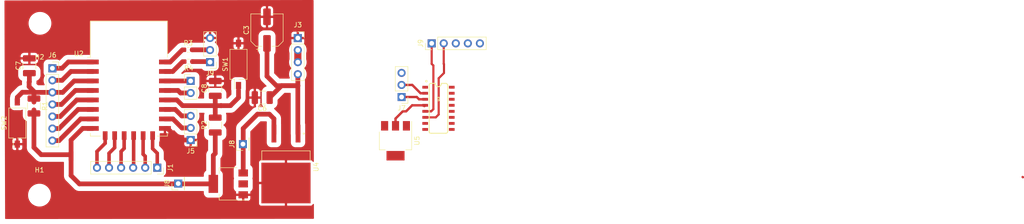
<source format=kicad_pcb>
(kicad_pcb (version 20221018) (generator pcbnew)
  (layers (0 "F.Cu" signal) (31 "B.Cu" signal) (34 "B.Paste" user) (35 "F.Paste" user) (36 "B.SilkS" user "B.Silkscreen") (37 "F.SilkS" user "F.Silkscreen") (38 "B.Mask" user) (39 "F.Mask" user) (44 "Edge.Cuts" user))
  (net 0 "")
  (net 1 "7.4V")
  (net 2 "IO5")
  (net 3 "IO15")
  (net 4 "IO2")
  (net 5 "CS0")
  (net 6 "MISO")
  (net 7 "IO 9")
  (net 8 "IO10")
  (net 9 "MOSI")
  (net 10 "SCLK")
  (net 11 "RXD0")
  (net 12 "TX0")
  (net 13 "+3.3V")
  (net 14 "GND")
  (net 15 "IO0")
  (net 23 "R3")
  (net 24 "R4")
  (net 25 "Net-(J3-Pin_2)")
  (net 26 "Net-(J7-Pin_1)")
  (net 27 "5v")
  (net 28 "RST")
  (net 29 "ADC")
  (net 30 "EN")
  (net 31 "IO16")
  (net 32 "IO14")
  (net 33 "IO12")
  (net 34 "IO13")
  (net 35 "V3")
  (net 36 "Net-(J7-Pin_2)")
  (net 37 "IO4")
  (net 38 "Net-(J8-Pin_2)")
  (net 39 "Net-(J8-Pin_3)")
  (net 40 "5V")
  (net 41 "Net-(J9-Pin_1)")
  (net 42 "Net-(J9-Pin_2)")
  (footprint "Capacitor_SMD:C_1210_3225Metric_Pad1.33x2.70mm_HandSolder" (layer "F.Cu") (at 56.4488 31.032 90)
    (fp_text reference "C8" (at 0 -2.3 90) (layer "F.SilkS"))
    (fp_text value "0.1uF")
    (fp_line (start -0.711252 -1.36) (end 0.711252 -1.36) (stroke (width 0.12)) (layer "F.SilkS"))
    (fp_line (start -0.711252 1.36) (end 0.711252 1.36) (stroke (width 0.12)) (layer "F.SilkS"))
    (pad "1" smd roundrect (at -1.5625 0 90) (size 1.325 2.7) (layers "F.Cu" "F.Paste" "F.Mask") (roundrect_rratio 0.1886792453) (net 15 "IO0"))
    (pad "2" smd roundrect (at 1.5625 0 90) (size 1.325 2.7) (layers "F.Cu" "F.Paste" "F.Mask") (roundrect_rratio 0.1886792453) (net 14 "GND"))
  )
  (footprint "Connector_PinHeader_2.54mm:PinHeader_1x03_P2.54mm_Vertical" (layer "F.Cu") (at 51.2722 41.9032 180)
    (fp_text reference "J5" (at 0 -2.33) (layer "F.SilkS"))
    (fp_text value "Conn_01x03_Pin")
    (fp_line (start -1.33 -1.33) (end 0 -1.33) (stroke (width 0.12)) (layer "F.SilkS"))
    (fp_line (start -1.33 0) (end -1.33 -1.33) (stroke (width 0.12)) (layer "F.SilkS"))
    (fp_line (start -1.33 1.27) (end -1.33 6.41) (stroke (width 0.12)) (layer "F.SilkS"))
    (fp_line (start -1.33 1.27) (end 1.33 1.27) (stroke (width 0.12)) (layer "F.SilkS"))
    (fp_line (start -1.33 6.41) (end 1.33 6.41) (stroke (width 0.12)) (layer "F.SilkS"))
    (fp_line (start 1.33 1.27) (end 1.33 6.41) (stroke (width 0.12)) (layer "F.SilkS"))
    (pad "1" thru_hole rect (at 0 0 180) (size 1.7 1.7) (drill 1) (layers "*.Cu" "*.Mask") (net 14 "GND"))
    (pad "2" thru_hole oval (at 0 2.54 180) (size 1.7 1.7) (drill 1) (layers "*.Cu" "*.Mask") (net 3 "IO15"))
    (pad "3" thru_hole oval (at 0 5.08 180) (size 1.7 1.7) (drill 1) (layers "*.Cu" "*.Mask") (net 4 "IO2"))
  )
  (footprint "Connector_PinSocket_2.54mm:PinSocket_1x04_P2.54mm_Vertical" (layer "F.Cu") (at 73.8524 20.4232)
    (fp_text reference "J3" (at 0 -2.77) (layer "F.SilkS"))
    (fp_text value "Conn_01x04_Pin" hide)
    (fp_line (start -1.33 1.27) (end -1.33 8.95) (stroke (width 0.12)) (layer "F.SilkS"))
    (fp_line (start -1.33 1.27) (end 1.33 1.27) (stroke (width 0.12)) (layer "F.SilkS"))
    (fp_line (start -1.33 8.95) (end 1.33 8.95) (stroke (width 0.12)) (layer "F.SilkS"))
    (fp_line (start 0 -1.33) (end 1.33 -1.33) (stroke (width 0.12)) (layer "F.SilkS"))
    (fp_line (start 1.33 -1.33) (end 1.33 0) (stroke (width 0.12)) (layer "F.SilkS"))
    (fp_line (start 1.33 1.27) (end 1.33 8.95) (stroke (width 0.12)) (layer "F.SilkS"))
    (pad "1" thru_hole rect (at 0 0) (size 1.7 1.7) (drill 1) (layers "*.Cu" "*.Mask") (net 14 "GND"))
    (pad "2" thru_hole oval (at 0 2.54) (size 1.7 1.7) (drill 1) (layers "*.Cu" "*.Mask") (net 25 "Net-(J3-Pin_2)"))
    (pad "3" thru_hole oval (at 0 5.08) (size 1.7 1.7) (drill 1) (layers "*.Cu" "*.Mask") (net 25 "Net-(J3-Pin_2)"))
    (pad "4" thru_hole oval (at 0 7.62) (size 1.7 1.7) (drill 1) (layers "*.Cu" "*.Mask") (net 1 "7.4V"))
  )
  (footprint "CH340C:SO016" (layer "F.Cu") (at 103.4856 35.2298 -90)
    (fp_text reference "U3" (at -1.953923 0 90) (layer "F.SilkS") (effects (font (size 0.48 0.48))))
    (fp_text value "CH340C")
    (fp_line (start -5.2578 -1.4526) (end -5.2578 -0.6096) (stroke (width 0.2032)) (layer "F.SilkS"))
    (fp_line (start -5.2578 1.6653) (end -5.2578 0.6604) (stroke (width 0.2032)) (layer "F.SilkS"))
    (fp_line (start -4.8768 1.9463) (end 4.9768 1.9463) (stroke (width 0.2032)) (layer "F.SilkS"))
    (fp_line (start 4.8768 -1.9463) (end -4.8768 -1.9463) (stroke (width 0.2032)) (layer "F.SilkS"))
    (fp_line (start 5.2578 1.5653) (end 5.2578 -1.5653) (stroke (width 0.2032)) (layer "F.SilkS"))
    (fp_arc (start -5.2578 -1.4653) (mid -5.166948 -1.784731) (end -4.8768 -1.9463) (stroke (width 0.2032)) (layer "F.SilkS"))
    (fp_arc (start -5.207 -0.6096) (mid -4.572 0.0254) (end -5.207 0.6604) (stroke (width 0.2032)) (layer "F.SilkS"))
    (fp_arc (start -4.8768 1.9463) (mid -5.125497 1.884708) (end -5.2578 1.6653) (stroke (width 0.2032)) (layer "F.SilkS"))
    (fp_arc (start 4.8768 -1.9463) (mid 5.146237 -1.834737) (end 5.2578 -1.5653) (stroke (width 0.2032)) (layer "F.SilkS"))
    (fp_arc (start 5.2578 1.5653) (mid 5.196208 1.813997) (end 4.9768 1.9463) (stroke (width 0.2032)) (layer "F.SilkS"))
    (fp_circle (center -5.715 2.54) (end -5.588 2.54) (stroke (width 0.254)) (fill none) (layer "F.SilkS"))
    (pad "1" smd rect (at -4.445 2.8 270) (size 0.6 1.2) (layers "F.Cu" "F.Paste" "F.Mask") (net 14 "GND"))
    (pad "2" smd rect (at -3.175 2.8 270) (size 0.6 1.2) (layers "F.Cu" "F.Paste" "F.Mask") (net 39 "Net-(J8-Pin_3)"))
    (pad "3" smd rect (at -1.905 2.8 270) (size 0.6 1.2) (layers "F.Cu" "F.Paste" "F.Mask") (net 38 "Net-(J8-Pin_2)"))
    (pad "4" smd rect (at -0.635 2.8 270) (size 0.6 1.2) (layers "F.Cu" "F.Paste" "F.Mask") (net 35 "V3"))
    (pad "5" smd rect (at 0.635 2.8 270) (size 0.6 1.2) (layers "F.Cu" "F.Paste" "F.Mask") (net 41 "Net-(J9-Pin_1)"))
    (pad "6" smd rect (at 1.905 2.8 270) (size 0.6 1.2) (layers "F.Cu" "F.Paste" "F.Mask") (net 42 "Net-(J9-Pin_2)"))
    (pad "7" smd rect (at 3.175 2.8 270) (size 0.6 1.2) (layers "F.Cu" "F.Paste" "F.Mask"))
    (pad "8" smd rect (at 4.445 2.8 270) (size 0.6 1.2) (layers "F.Cu" "F.Paste" "F.Mask"))
    (pad "9" smd rect (at 4.445 -2.8 270) (size 0.6 1.2) (layers "F.Cu" "F.Paste" "F.Mask"))
    (pad "10" smd rect (at 3.175 -2.8 270) (size 0.6 1.2) (layers "F.Cu" "F.Paste" "F.Mask"))
    (pad "11" smd rect (at 1.905 -2.8 270) (size 0.6 1.2) (layers "F.Cu" "F.Paste" "F.Mask"))
    (pad "12" smd rect (at 0.635 -2.8 270) (size 0.6 1.2) (layers "F.Cu" "F.Paste" "F.Mask"))
    (pad "13" smd rect (at -0.635 -2.8 270) (size 0.6 1.2) (layers "F.Cu" "F.Paste" "F.Mask"))
    (pad "14" smd rect (at -1.905 -2.8 270) (size 0.6 1.2) (layers "F.Cu" "F.Paste" "F.Mask"))
    (pad "15" smd rect (at -3.175 -2.8 270) (size 0.6 1.2) (layers "F.Cu" "F.Paste" "F.Mask"))
    (pad "16" smd rect (at -4.445 -2.8 270) (size 0.6 1.2) (layers "F.Cu" "F.Paste" "F.Mask"))
  )
  (footprint "MountingHole:MountingHole_4.3mm_M4" (layer "F.Cu") (at 19.4124 53.5232)
    (fp_text reference "H1" (at 0 -5.3) (layer "F.SilkS"))
    (fp_text value "Mounting_Hole")
    (pad "" np_thru_hole circle (at 0 0) (size 4.3 4.3) (drill 4.3) (layers "*.Cu" "*.Mask"))
  )
  (footprint "Connector_PinHeader_2.54mm:PinHeader_1x02_P2.54mm_Vertical" (layer "F.Cu") (at 51.2672 29.4572)
    (fp_text reference "J4" hide)
    (fp_text value "Conn_01x02_Pin" hide)
    (fp_line (start -1.33 -1.33) (end 0 -1.33) (stroke (width 0.12)) (layer "F.SilkS"))
    (fp_line (start -1.33 0) (end -1.33 -1.33) (stroke (width 0.12)) (layer "F.SilkS"))
    (fp_line (start -1.33 1.27) (end -1.33 3.87) (stroke (width 0.12)) (layer "F.SilkS"))
    (fp_line (start -1.33 1.27) (end 1.33 1.27) (stroke (width 0.12)) (layer "F.SilkS"))
    (fp_line (start -1.33 3.87) (end 1.33 3.87) (stroke (width 0.12)) (layer "F.SilkS"))
    (fp_line (start 1.33 1.27) (end 1.33 3.87) (stroke (width 0.12)) (layer "F.SilkS"))
    (pad "1" thru_hole rect (at 0 0) (size 1.7 1.7) (drill 1) (layers "*.Cu" "*.Mask") (net 2 "IO5"))
    (pad "2" thru_hole oval (at 0 2.54) (size 1.7 1.7) (drill 1) (layers "*.Cu" "*.Mask") (net 37 "IO4"))
  )
  (footprint "Connector_PinSocket_2.54mm:PinSocket_1x06_P2.54mm_Vertical" (layer "F.Cu") (at 44.2314 47.7452 -90)
    (fp_text reference "J1" (at 0 -2.77 90) (layer "F.SilkS"))
    (fp_text value "Conn_01x06_Socket" hide)
    (fp_line (start -1.33 1.27) (end -1.33 14.03) (stroke (width 0.12)) (layer "F.SilkS"))
    (fp_line (start -1.33 1.27) (end 1.33 1.27) (stroke (width 0.12)) (layer "F.SilkS"))
    (fp_line (start -1.33 14.03) (end 1.33 14.03) (stroke (width 0.12)) (layer "F.SilkS"))
    (fp_line (start 0 -1.33) (end 1.33 -1.33) (stroke (width 0.12)) (layer "F.SilkS"))
    (fp_line (start 1.33 -1.33) (end 1.33 0) (stroke (width 0.12)) (layer "F.SilkS"))
    (fp_line (start 1.33 1.27) (end 1.33 14.03) (stroke (width 0.12)) (layer "F.SilkS"))
    (pad "1" thru_hole rect (at 0 0 270) (size 1.7 1.7) (drill 1) (layers "*.Cu" "*.Mask") (net 10 "SCLK"))
    (pad "2" thru_hole oval (at 0 2.54 270) (size 1.7 1.7) (drill 1) (layers "*.Cu" "*.Mask") (net 9 "MOSI"))
    (pad "3" thru_hole oval (at 0 5.08 270) (size 1.7 1.7) (drill 1) (layers "*.Cu" "*.Mask") (net 8 "IO10"))
    (pad "4" thru_hole oval (at 0 7.62 270) (size 1.7 1.7) (drill 1) (layers "*.Cu" "*.Mask") (net 7 "IO 9"))
    (pad "5" thru_hole oval (at 0 10.16 270) (size 1.7 1.7) (drill 1) (layers "*.Cu" "*.Mask") (net 6 "MISO"))
    (pad "6" thru_hole oval (at 0 12.7 270) (size 1.7 1.7) (drill 1) (layers "*.Cu" "*.Mask") (net 5 "CS0"))
  )
  (footprint "Connector_PinHeader_2.54mm:PinHeader_1x03_P2.54mm_Vertical" (layer "F.Cu") (at 55.3524 25.4882 180)
    (fp_text reference "J9" (at 0 -2.33) (layer "F.SilkS"))
    (fp_text value "Conn_01x03_Pin")
    (fp_line (start -1.33 -1.33) (end 0 -1.33) (stroke (width 0.12)) (layer "F.SilkS"))
    (fp_line (start -1.33 0) (end -1.33 -1.33) (stroke (width 0.12)) (layer "F.SilkS"))
    (fp_line (start -1.33 1.27) (end -1.33 6.41) (stroke (width 0.12)) (layer "F.SilkS"))
    (fp_line (start -1.33 1.27) (end 1.33 1.27) (stroke (width 0.12)) (layer "F.SilkS"))
    (fp_line (start -1.33 6.41) (end 1.33 6.41) (stroke (width 0.12)) (layer "F.SilkS"))
    (fp_line (start 1.33 1.27) (end 1.33 6.41) (stroke (width 0.12)) (layer "F.SilkS"))
    (pad "1" thru_hole rect (at 0 0 180) (size 1.7 1.7) (drill 1) (layers "*.Cu" "*.Mask") (net 24 "R4"))
    (pad "2" thru_hole oval (at 0 2.54 180) (size 1.7 1.7) (drill 1) (layers "*.Cu" "*.Mask") (net 23 "R3"))
    (pad "3" thru_hole oval (at 0 5.08 180) (size 1.7 1.7) (drill 1) (layers "*.Cu" "*.Mask") (net 14 "GND"))
  )
  (footprint "Resistor_SMD:R_0603_1608Metric" (layer "F.Cu") (at 50.7616 22.9002)
    (fp_text reference "R3" (at 0 -1.43) (layer "F.SilkS"))
    (fp_text value "470" hide)
    (fp_line (start -0.237258 -0.5225) (end 0.237258 -0.5225) (stroke (width 0.12)) (layer "F.SilkS"))
    (fp_line (start -0.237258 0.5225) (end 0.237258 0.5225) (stroke (width 0.12)) (layer "F.SilkS"))
    (pad "1" smd roundrect (at -0.825 0) (size 0.8 0.95) (layers "F.Cu" "F.Paste" "F.Mask") (net 36 "Net-(J7-Pin_2)"))
    (pad "2" smd roundrect (at 0.825 0) (size 0.8 0.95) (layers "F.Cu" "F.Paste" "F.Mask") (net 12 "TX0"))
  )
  (footprint "L7805CD2T:TO254P1542X460-3N" (layer "F.Cu") (at 71.3524 46.9632 -90)
    (fp_text reference "U4" (at 0.635 -6.35 90) (layer "F.SilkS"))
    (fp_text value "L7805CD2T")
    (fp_line (start -2.7725 -5.1) (end -0.5935 -5.1) (stroke (width 0.127)) (layer "F.SilkS"))
    (fp_line (start -2.7725 5.1) (end -2.7725 -5.1) (stroke (width 0.127)) (layer "F.SilkS"))
    (fp_line (start -2.7725 5.1) (end -0.5935 5.1) (stroke (width 0.127)) (layer "F.SilkS"))
    (fp_circle (center -6.41 -3.75) (end -6.31 -3.75) (stroke (width 0.2)) (fill none) (layer "F.SilkS"))
    (pad "1" smd rect (at -6.41 -2.54 270) (size 3.74 1.02) (layers "F.Cu" "F.Paste" "F.Mask") (net 1 "7.4V"))
    (pad "2" smd rect (at -6.41 2.54 270) (size 3.74 1.02) (layers "F.Cu" "F.Paste" "F.Mask") (net 40 "5V"))
    (pad "3" smd rect (at 4 0 270) (size 8.56 10.37) (layers "F.Cu" "F.Mask") (net 14 "GND"))
  )
  (footprint "Connector_PinHeader_2.54mm:PinHeader_1x03_P2.54mm_Vertical" (layer "F.Cu") (at 95.7132 32.8464 180)
    (fp_text reference "J7" (at 0 -2.33) (layer "F.SilkS"))
    (fp_text value "Conn_01x03_Pin")
    (fp_line (start -1.33 -1.33) (end 0 -1.33) (stroke (width 0.12)) (layer "F.SilkS"))
    (fp_line (start -1.33 0) (end -1.33 -1.33) (stroke (width 0.12)) (layer "F.SilkS"))
    (fp_line (start -1.33 1.27) (end -1.33 6.41) (stroke (width 0.12)) (layer "F.SilkS"))
    (fp_line (start -1.33 1.27) (end 1.33 1.27) (stroke (width 0.12)) (layer "F.SilkS"))
    (fp_line (start -1.33 6.41) (end 1.33 6.41) (stroke (width 0.12)) (layer "F.SilkS"))
    (fp_line (start 1.33 1.27) (end 1.33 6.41) (stroke (width 0.12)) (layer "F.SilkS"))
    (pad "1" thru_hole rect (at 0 0 180) (size 1.7 1.7) (drill 1) (layers "*.Cu" "*.Mask") (net 26 "Net-(J7-Pin_1)"))
    (pad "2" thru_hole oval (at 0 2.54 180) (size 1.7 1.7) (drill 1) (layers "*.Cu" "*.Mask") (net 36 "Net-(J7-Pin_2)"))
    (pad "3" thru_hole oval (at 0 5.08 180) (size 1.7 1.7) (drill 1) (layers "*.Cu" "*.Mask") (net 14 "GND"))
  )
  (footprint "Connector_PinHeader_2.54mm:PinHeader_1x05_P2.54mm_Vertical" (layer "F.Cu") (at 102.0572 21.5392 90)
    (fp_text reference "J9" (at 0 -2.33 90) (layer "F.SilkS"))
    (fp_text value "Conn_01x05_Pin")
    (fp_line (start -1.33 -1.33) (end 0 -1.33) (stroke (width 0.12)) (layer "F.SilkS"))
    (fp_line (start -1.33 0) (end -1.33 -1.33) (stroke (width 0.12)) (layer "F.SilkS"))
    (fp_line (start -1.33 1.27) (end -1.33 11.49) (stroke (width 0.12)) (layer "F.SilkS"))
    (fp_line (start -1.33 1.27) (end 1.33 1.27) (stroke (width 0.12)) (layer "F.SilkS"))
    (fp_line (start -1.33 11.49) (end 1.33 11.49) (stroke (width 0.12)) (layer "F.SilkS"))
    (fp_line (start 1.33 1.27) (end 1.33 11.49) (stroke (width 0.12)) (layer "F.SilkS"))
    (pad "1" thru_hole rect (at 0 0 90) (size 1.7 1.7) (drill 1) (layers "*.Cu" "*.Mask") (net 41 "Net-(J9-Pin_1)"))
    (pad "2" thru_hole oval (at 0 2.54 90) (size 1.7 1.7) (drill 1) (layers "*.Cu" "*.Mask") (net 42 "Net-(J9-Pin_2)"))
    (pad "3" thru_hole oval (at 0 5.08 90) (size 1.7 1.7) (drill 1) (layers "*.Cu" "*.Mask") (net 27 "5v"))
    (pad "4" thru_hole oval (at 0 7.62 90) (size 1.7 1.7) (drill 1) (layers "*.Cu" "*.Mask"))
    (pad "5" thru_hole oval (at 0 10.16 90) (size 1.7 1.7) (drill 1) (layers "*.Cu" "*.Mask") (net 14 "GND"))
  )
  (footprint "Button_Switch_SMD:SW_DIP_SPSTx01_Slide_Omron_A6S-110x_W8.9mm_P2.54mm" (layer "F.Cu") (at 61.3524 25.9632 90)
    (fp_text reference "SW1" (at 0 -2.8 90) (layer "F.SilkS"))
    (fp_text value "SW_Push")
    (fp_line (start -5.2 -0.851) (end -3.16 -0.851) (stroke (width 0.12)) (layer "F.SilkS"))
    (fp_line (start -3.16 -1.8) (end -3.16 -0.851) (stroke (width 0.12)) (layer "F.SilkS"))
    (fp_line (start -3.16 -1.8) (end 3.16 -1.8) (stroke (width 0.12)) (layer "F.SilkS"))
    (fp_line (start -3.16 0.061) (end -3.16 1.8) (stroke (width 0.12)) (layer "F.SilkS"))
    (fp_line (start -3.16 1.8) (end 3.16 1.8) (stroke (width 0.12)) (layer "F.SilkS"))
    (fp_line (start 3.16 -1.8) (end 3.16 -0.061) (stroke (width 0.12)) (layer "F.SilkS"))
    (fp_line (start 3.16 0.061) (end 3.16 1.8) (stroke (width 0.12)) (layer "F.SilkS"))
    (pad "1" smd rect (at -4.45 0 90) (size 1.5 1.1) (layers "F.Cu" "F.Paste" "F.Mask") (net 15 "IO0"))
    (pad "2" smd rect (at 4.45 0 90) (size 1.5 1.1) (layers "F.Cu" "F.Paste" "F.Mask") (net 14 "GND"))
  )
  (footprint "Capacitor_SMD:C_1210_3225Metric_Pad1.33x2.70mm_HandSolder" (layer "F.Cu") (at 18.2472 34.7404 -90)
    (fp_text reference "R1" (at 0 -2.3 90) (layer "F.SilkS"))
    (fp_text value "10k")
    (fp_line (start -0.711252 -1.36) (end 0.711252 -1.36) (stroke (width 0.12)) (layer "F.SilkS"))
    (fp_line (start -0.711252 1.36) (end 0.711252 1.36) (stroke (width 0.12)) (layer "F.SilkS"))
    (pad "1" smd roundrect (at -1.5625 0 270) (size 1.325 2.7) (layers "F.Cu" "F.Paste" "F.Mask") (roundrect_rratio 0.1886792453) (net 30 "EN"))
    (pad "2" smd roundrect (at 1.5625 0 270) (size 1.325 2.7) (layers "F.Cu" "F.Paste" "F.Mask") (roundrect_rratio 0.1886792453) (net 13 "+3.3V"))
  )
  (footprint "Resistor_SMD:R_0603_1608Metric" (layer "F.Cu") (at 50.8124 25.3832)
    (fp_text reference "R4" (at 0.064 1.397) (layer "F.SilkS"))
    (fp_text value "470" hide)
    (fp_line (start -0.237258 -0.5225) (end 0.237258 -0.5225) (stroke (width 0.12)) (layer "F.SilkS"))
    (fp_line (start -0.237258 0.5225) (end 0.237258 0.5225) (stroke (width 0.12)) (layer "F.SilkS"))
    (pad "1" smd roundrect (at -0.825 0) (size 0.8 0.95) (layers "F.Cu" "F.Paste" "F.Mask") (net 26 "Net-(J7-Pin_1)"))
    (pad "2" smd roundrect (at 0.825 0) (size 0.8 0.95) (layers "F.Cu" "F.Paste" "F.Mask") (net 11 "RXD0"))
  )
  (footprint "Capacitor_SMD:CP_Elec_6.3x5.4" (layer "F.Cu") (at 67.3524 18.7444 90)
    (fp_text reference "C3" (at 0 -4.35 90) (layer "F.SilkS"))
    (fp_text value "4.7uF")
    (fp_line (start -4.4375 -1.8475) (end -3.65 -1.8475) (stroke (width 0.12)) (layer "F.SilkS"))
    (fp_line (start -4.04375 -2.24125) (end -4.04375 -1.45375) (stroke (width 0.12)) (layer "F.SilkS"))
    (fp_line (start -3.41 -2.345563) (end -3.41 -1.06) (stroke (width 0.12)) (layer "F.SilkS"))
    (fp_line (start -3.41 -2.345563) (end -2.345563 -3.41) (stroke (width 0.12)) (layer "F.SilkS"))
    (fp_line (start -3.41 2.345563) (end -3.41 1.06) (stroke (width 0.12)) (layer "F.SilkS"))
    (fp_line (start -3.41 2.345563) (end -2.345563 3.41) (stroke (width 0.12)) (layer "F.SilkS"))
    (fp_line (start -2.345563 -3.41) (end 3.41 -3.41) (stroke (width 0.12)) (layer "F.SilkS"))
    (fp_line (start -2.345563 3.41) (end 3.41 3.41) (stroke (width 0.12)) (layer "F.SilkS"))
    (fp_line (start 3.41 -3.41) (end 3.41 -1.06) (stroke (width 0.12)) (layer "F.SilkS"))
    (fp_line (start 3.41 3.41) (end 3.41 1.06) (stroke (width 0.12)) (layer "F.SilkS"))
    (pad "1" smd roundrect (at -2.8 0 90) (size 3.5 1.6) (layers "F.Cu" "F.Paste" "F.Mask") (roundrect_rratio 0.15625) (net 1 "7.4V"))
    (pad "2" smd roundrect (at 2.8 0 90) (size 3.5 1.6) (layers "F.Cu" "F.Paste" "F.Mask") (roundrect_rratio 0.15625) (net 14 "GND"))
  )
  (footprint "Package_TO_SOT_SMD:SOT-223-3_TabPin2" (layer "F.Cu") (at 59.1924 51.1488 180)
    (fp_text reference "U1" hide)
    (fp_text value "AMS1117-3.3" hide)
    (fp_line (start -4.1 -3.41) (end 1.91 -3.41) (stroke (width 0.12)) (layer "F.SilkS"))
    (fp_line (start -1.85 3.41) (end 1.91 3.41) (stroke (width 0.12)) (layer "F.SilkS"))
    (fp_line (start 1.91 -3.41) (end 1.91 -2.15) (stroke (width 0.12)) (layer "F.SilkS"))
    (fp_line (start 1.91 3.41) (end 1.91 2.15) (stroke (width 0.12)) (layer "F.SilkS"))
    (pad "1" smd rect (at -3.15 -2.3 180) (size 2 1.5) (layers "F.Cu" "F.Paste" "F.Mask") (net 14 "GND"))
    (pad "2" smd rect (at -3.15 0 180) (size 2 1.5) (layers "F.Cu" "F.Paste" "F.Mask") (net 13 "+3.3V"))
    (pad "2" smd rect (at 3.15 0 180) (size 2 3.8) (layers "F.Cu" "F.Paste" "F.Mask") (net 13 "+3.3V"))
    (pad "3" smd rect (at -3.15 2.3 180) (size 2 1.5) (layers "F.Cu" "F.Paste" "F.Mask") (net 40 "5V"))
  )
  (footprint "MountingHole:MountingHole_4.3mm_M4" (layer "F.Cu") (at 19.5172 17.316)
    (fp_text reference "H2" (at -0.1016 7.112) (layer "F.SilkS"))
    (fp_text value "Mounting_Hole")
    (pad "" np_thru_hole circle (at 0 0) (size 4.3 4.3) (drill 4.3) (layers "*.Cu" "*.Mask"))
  )
  (footprint "Capacitor_SMD:C_1210_3225Metric_Pad1.33x2.70mm_HandSolder" (layer "F.Cu") (at 17.282 26.2568 90)
    (fp_text reference "C7" (at 0 -2.3 90) (layer "F.SilkS"))
    (fp_text value "0.1uF")
    (fp_line (start -0.711252 -1.36) (end 0.711252 -1.36) (stroke (width 0.12)) (layer "F.SilkS"))
    (fp_line (start -0.711252 1.36) (end 0.711252 1.36) (stroke (width 0.12)) (layer "F.SilkS"))
    (pad "1" smd roundrect (at -1.5625 0 90) (size 1.325 2.7) (layers "F.Cu" "F.Paste" "F.Mask") (roundrect_rratio 0.1886792453) (net 30 "EN"))
    (pad "2" smd roundrect (at 1.5625 0 90) (size 1.325 2.7) (layers "F.Cu" "F.Paste" "F.Mask") (roundrect_rratio 0.1886792453) (net 14 "GND"))
  )
  (footprint "Connector_PinHeader_2.54mm:PinHeader_1x01_P2.54mm_Vertical" (layer "F.Cu") (at 62.2908 42.7668 90)
    (fp_text reference "J8" (at 0 -2.33 90) (layer "F.SilkS"))
    (fp_text value "Conn_01x01_Pin")
    (fp_line (start -1.33 -1.33) (end 0 -1.33) (stroke (width 0.12)) (layer "F.SilkS"))
    (fp_line (start -1.33 0) (end -1.33 -1.33) (stroke (width 0.12)) (layer "F.SilkS"))
    (fp_line (start -1.33 1.27) (end -1.33 1.33) (stroke (width 0.12)) (layer "F.SilkS"))
    (fp_line (start -1.33 1.27) (end 1.33 1.27) (stroke (width 0.12)) (layer "F.SilkS"))
    (fp_line (start -1.33 1.33) (end 1.33 1.33) (stroke (width 0.12)) (layer "F.SilkS"))
    (fp_line (start 1.33 1.27) (end 1.33 1.33) (stroke (width 0.12)) (layer "F.SilkS"))
    (pad "1" thru_hole rect (at 0 0 90) (size 1.7 1.7) (drill 1) (layers "*.Cu" "*.Mask"))
  )
  (footprint "Button_Switch_SMD:SW_DIP_SPSTx01_Slide_Omron_A6S-110x_W8.9mm_P2.54mm" (layer "F.Cu") (at 14.742 38.3268 90)
    (fp_text reference "SW2" (at 0 -2.8 90) (layer "F.SilkS"))
    (fp_text value "SW_Push")
    (fp_line (start -5.2 -0.851) (end -3.16 -0.851) (stroke (width 0.12)) (layer "F.SilkS"))
    (fp_line (start -3.16 -1.8) (end -3.16 -0.851) (stroke (width 0.12)) (layer "F.SilkS"))
    (fp_line (start -3.16 -1.8) (end 3.16 -1.8) (stroke (width 0.12)) (layer "F.SilkS"))
    (fp_line (start -3.16 0.061) (end -3.16 1.8) (stroke (width 0.12)) (layer "F.SilkS"))
    (fp_line (start -3.16 1.8) (end 3.16 1.8) (stroke (width 0.12)) (layer "F.SilkS"))
    (fp_line (start 3.16 -1.8) (end 3.16 -0.061) (stroke (width 0.12)) (layer "F.SilkS"))
    (fp_line (start 3.16 0.061) (end 3.16 1.8) (stroke (width 0.12)) (layer "F.SilkS"))
    (pad "1" smd rect (at -4.45 0 90) (size 1.5 1.1) (layers "F.Cu" "F.Paste" "F.Mask") (net 14 "GND"))
    (pad "2" smd rect (at 4.45 0 90) (size 1.5 1.1) (layers "F.Cu" "F.Paste" "F.Mask") (net 30 "EN"))
  )
  (footprint "Connector_PinSocket_2.54mm:PinSocket_1x07_P2.54mm_Vertical" (layer "F.Cu") (at 22.1334 26.7902)
    (fp_text reference "J6" (at 0 -2.77) (layer "F.SilkS"))
    (fp_text value "Conn_01x07_Pin" hide)
    (fp_line (start -1.33 1.27) (end -1.33 16.57) (stroke (width 0.12)) (layer "F.SilkS"))
    (fp_line (start -1.33 1.27) (end 1.33 1.27) (stroke (width 0.12)) (layer "F.SilkS"))
    (fp_line (start -1.33 16.57) (end 1.33 16.57) (stroke (width 0.12)) (layer "F.SilkS"))
    (fp_line (start 0 -1.33) (end 1.33 -1.33) (stroke (width 0.12)) (layer "F.SilkS"))
    (fp_line (start 1.33 -1.33) (end 1.33 0) (stroke (width 0.12)) (layer "F.SilkS"))
    (fp_line (start 1.33 1.27) (end 1.33 16.57) (stroke (width 0.12)) (layer "F.SilkS"))
    (pad "1" thru_hole rect (at 0 0) (size 1.7 1.7) (drill 1) (layers "*.Cu" "*.Mask") (net 28 "RST"))
    (pad "2" thru_hole oval (at 0 2.54) (size 1.7 1.7) (drill 1) (layers "*.Cu" "*.Mask") (net 29 "ADC"))
    (pad "3" thru_hole oval (at 0 5.08) (size 1.7 1.7) (drill 1) (layers "*.Cu" "*.Mask") (net 30 "EN"))
    (pad "4" thru_hole oval (at 0 7.62) (size 1.7 1.7) (drill 1) (layers "*.Cu" "*.Mask") (net 31 "IO16"))
    (pad "5" thru_hole oval (at 0 10.16) (size 1.7 1.7) (drill 1) (layers "*.Cu" "*.Mask") (net 32 "IO14"))
    (pad "6" thru_hole oval (at 0 12.7) (size 1.7 1.7) (drill 1) (layers "*.Cu" "*.Mask") (net 33 "IO12"))
    (pad "7" thru_hole oval (at 0 15.24) (size 1.7 1.7) (drill 1) (layers "*.Cu" "*.Mask") (net 34 "IO13"))
  )
  (footprint "Capacitor_SMD:C_1210_3225Metric_Pad1.33x2.70mm_HandSolder" (layer "F.Cu") (at 66.3524 32.9632 180)
    (fp_text reference "C6" (at 0 -2.3) (layer "F.SilkS"))
    (fp_text value "0.1uF" hide)
    (fp_line (start -0.711252 -1.36) (end 0.711252 -1.36) (stroke (width 0.12)) (layer "F.SilkS"))
    (fp_line (start -0.711252 1.36) (end 0.711252 1.36) (stroke (width 0.12)) (layer "F.SilkS"))
    (pad "1" smd roundrect (at -1.5625 0 180) (size 1.325 2.7) (layers "F.Cu" "F.Paste" "F.Mask") (roundrect_rratio 0.1886792453) (net 1 "7.4V"))
    (pad "2" smd roundrect (at 1.5625 0 180) (size 1.325 2.7) (layers "F.Cu" "F.Paste" "F.Mask") (roundrect_rratio 0.1886792453) (net 14 "GND"))
  )
  (footprint "Connector_PinHeader_2.54mm:PinHeader_1x01_P2.54mm_Vertical" (layer "F.Cu") (at 48.6464 51.0852 90)
    (fp_text reference "J8" (at 0 -2.33 90) (layer "F.SilkS"))
    (fp_text value "Conn_01x01_Pin")
    (fp_line (start -1.33 -1.33) (end 0 -1.33) (stroke (width 0.12)) (layer "F.SilkS"))
    (fp_line (start -1.33 0) (end -1.33 -1.33) (stroke (width 0.12)) (layer "F.SilkS"))
    (fp_line (start -1.33 1.27) (end -1.33 1.33) (stroke (width 0.12)) (layer "F.SilkS"))
    (fp_line (start -1.33 1.27) (end 1.33 1.27) (stroke (width 0.12)) (layer "F.SilkS"))
    (fp_line (start -1.33 1.33) (end 1.33 1.33) (stroke (width 0.12)) (layer "F.SilkS"))
    (fp_line (start 1.33 1.27) (end 1.33 1.33) (stroke (width 0.12)) (layer "F.SilkS"))
    (pad "1" thru_hole rect (at 0 0 90) (size 1.7 1.7) (drill 1) (layers "*.Cu" "*.Mask"))
  )
  (footprint "RF_Module:ESP-12E" (layer "F.Cu") (at 38.2524 28.9632)
    (fp_text reference "U2" (at -10.56 -5.26) (layer "F.SilkS"))
    (fp_text value "ESP-12E")
    (fp_line (start -8.12 -12.12) (end 8.12 -12.12) (stroke (width 0.12)) (layer "F.SilkS"))
    (fp_line (start -8.12 -4.5) (end -8.73 -4.5) (stroke (width 0.12)) (layer "F.SilkS"))
    (fp_line (start -8.12 -4.5) (end -8.12 -12.12) (stroke (width 0.12)) (layer "F.SilkS"))
    (fp_line (start -8.12 12.12) (end -8.12 11.5) (stroke (width 0.12)) (layer "F.SilkS"))
    (fp_line (start -6 12.12) (end -8.12 12.12) (stroke (width 0.12)) (layer "F.SilkS"))
    (fp_line (start 8.12 -12.12) (end 8.12 -4.5) (stroke (width 0.12)) (layer "F.SilkS"))
    (fp_line (start 8.12 11.5) (end 8.12 12.12) (stroke (width 0.12)) (layer "F.SilkS"))
    (fp_line (start 8.12 12.12) (end 6 12.12) (stroke (width 0.12)) (layer "F.SilkS"))
    (pad "1" smd rect (at -7.6 -3.5) (size 2.5 1) (layers "F.Cu" "F.Paste" "F.Mask") (net 28 "RST"))
    (pad "2" smd rect (at -7.6 -1.5) (size 2.5 1) (layers "F.Cu" "F.Paste" "F.Mask") (net 29 "ADC"))
    (pad "3" smd rect (at -7.6 0.5) (size 2.5 1) (layers "F.Cu" "F.Paste" "F.Mask") (net 30 "EN"))
    (pad "4" smd rect (at -7.6 2.5) (size 2.5 1) (layers "F.Cu" "F.Paste" "F.Mask") (net 31 "IO16"))
    (pad "5" smd rect (at -7.6 4.5) (size 2.5 1) (layers "F.Cu" "F.Paste" "F.Mask") (net 32 "IO14"))
    (pad "6" smd rect (at -7.6 6.5) (size 2.5 1) (layers "F.Cu" "F.Paste" "F.Mask") (net 33 "IO12"))
    (pad "7" smd rect (at -7.6 8.5) (size 2.5 1) (layers "F.Cu" "F.Paste" "F.Mask") (net 34 "IO13"))
    (pad "8" smd rect (at -7.6 10.5) (size 2.5 1) (layers "F.Cu" "F.Paste" "F.Mask") (net 13 "+3.3V"))
    (pad "9" smd rect (at -5 12) (size 1 1.8) (layers "F.Cu" "F.Paste" "F.Mask") (net 5 "CS0"))
    (pad "10" smd rect (at -3 12) (size 1 1.8) (layers "F.Cu" "F.Paste" "F.Mask") (net 6 "MISO"))
    (pad "11" smd rect (at -1 12) (size 1 1.8) (layers "F.Cu" "F.Paste" "F.Mask") (net 7 "IO 9"))
    (pad "12" smd rect (at 1 12) (size 1 1.8) (layers "F.Cu" "F.Paste" "F.Mask") (net 8 "IO10"))
    (pad "13" smd rect (at 3 12) (size 1 1.8) (layers "F.Cu" "F.Paste" "F.Mask") (net 9 "MOSI"))
    (pad "14" smd rect (at 5 12) (size 1 1.8) (layers "F.Cu" "F.Paste" "F.Mask") (net 10 "SCLK"))
    (pad "15" smd rect (at 7.6 10.5) (size 2.5 1) (layers "F.Cu" "F.Paste" "F.Mask") (net 14 "GND"))
    (pad "16" smd rect (at 7.6 8.5) (size 2.5 1) (layers "F.Cu" "F.Paste" "F.Mask") (net 3 "IO15"))
    (pad "17" smd rect (at 7.6 6.5) (size 2.5 1) (layers "F.Cu" "F.Paste" "F.Mask") (net 4 "IO2"))
    (pad "18" smd rect (at 7.6 4.5) (size 2.5 1) (layers "F.Cu" "F.Paste" "F.Mask") (net 15 "IO0"))
    (pad "19" smd rect (at 7.6 2.5) (size 2.5 1) (layers "F.Cu" "F.Paste" "F.Mask") (net 37 "IO4"))
    (pad "20" smd rect (at 7.6 0.5) (size 2.5 1) (layers "F.Cu" "F.Paste" "F.Mask") (net 2 "IO5"))
    (pad "21" smd rect (at 7.6 -1.5) (size 2.5 1) (layers "F.Cu" "F.Paste" "F.Mask") (net 12 "TX0"))
    (pad "22" smd rect (at 7.6 -3.5) (size 2.5 1) (layers "F.Cu" "F.Paste" "F.Mask") (net 11 "RXD0"))
    (zone (net 0) (net_name "") (layers "*.Cu") (connect_pads (clearance 0)) (min_thickness 0.254)
      (keepout (tracks not_allowed) (vias not_allowed) (pads not_allowed) (copperpour not_allowed) (footprints not_allowed))
      (fill (thermal_gap 0.508) (thermal_bridge_width 0.508))
      (polygon (pts (xy 30.1324 24.1632) (xy 46.3724 24.1632) (xy 46.3724 16.8432) (xy 30.1324 16.8432)))
    )
  )
  (footprint "Capacitor_SMD:C_1210_3225Metric_Pad1.33x2.70mm_HandSolder" (layer "F.Cu") (at 56.4488 38.7536 90)
    (fp_text reference "R2" (at 0 -2.3 90) (layer "F.SilkS"))
    (fp_text value "10k")
    (fp_line (start -0.711252 -1.36) (end 0.711252 -1.36) (stroke (width 0.12)) (layer "F.SilkS"))
    (fp_line (start -0.711252 1.36) (end 0.711252 1.36) (stroke (width 0.12)) (layer "F.SilkS"))
    (pad "1" smd roundrect (at -1.5625 0 90) (size 1.325 2.7) (layers "F.Cu" "F.Paste" "F.Mask") (roundrect_rratio 0.1886792453) (net 13 "+3.3V"))
    (pad "2" smd roundrect (at 1.5625 0 90) (size 1.325 2.7) (layers "F.Cu" "F.Paste" "F.Mask") (roundrect_rratio 0.1886792453) (net 15 "IO0"))
  )
  (footprint "Package_TO_SOT_SMD:SOT-223-3_TabPin2" (layer "F.Cu") (at 94.4372 42.0624 -90)
    (fp_text reference "U5" (at -0.0086 -4.5348 90) (layer "F.SilkS"))
    (fp_text value "AMS1117-3.3")
    (fp_line (start -4.1 -3.41) (end 1.91 -3.41) (stroke (width 0.12)) (layer "F.SilkS"))
    (fp_line (start -1.85 3.41) (end 1.91 3.41) (stroke (width 0.12)) (layer "F.SilkS"))
    (fp_line (start 1.91 -3.41) (end 1.91 -2.15) (stroke (width 0.12)) (layer "F.SilkS"))
    (fp_line (start 1.91 3.41) (end 1.91 2.15) (stroke (width 0.12)) (layer "F.SilkS"))
    (pad "1" smd rect (at -3.15 -2.3 270) (size 2 1.5) (layers "F.Cu" "F.Paste" "F.Mask") (net 14 "GND"))
    (pad "2" smd rect (at -3.15 0 270) (size 2 1.5) (layers "F.Cu" "F.Paste" "F.Mask") (net 35 "V3"))
    (pad "2" smd rect (at 3.15 0 270) (size 2 3.8) (layers "F.Cu" "F.Paste" "F.Mask") (net 35 "V3"))
    (pad "3" smd rect (at -3.15 2.3 270) (size 2 1.5) (layers "F.Cu" "F.Paste" "F.Mask") (net 27 "5v"))
  )
  (segment (start 73.8524 40.5132) (end 73.8924 40.5532) (width 1) (layer "F.Cu") (net 1))
  (segment (start 67.9149 32.9632) (end 70.4149 30.4632) (width 1) (layer "F.Cu") (net 1))
  (segment (start 69.3524 30.4632) (end 67.3524 28.4632) (width 1) (layer "F.Cu") (net 1))
  (segment (start 67.3524 28.4632) (end 67.3524 21.5444) (width 1) (layer "F.Cu") (net 1))
  (segment (start 73.8524 30.4632) (end 69.3524 30.4632) (width 1) (layer "F.Cu") (net 1))
  (segment (start 73.8524 30.4632) (end 73.8524 40.5132) (width 1) (layer "F.Cu") (net 1))
  (segment (start 73.8524 28.0432) (end 73.8524 30.4632) (width 1) (layer "F.Cu") (net 1))
  (segment (start 70.4149 30.4632) (end 73.8524 30.4632) (width 1) (layer "F.Cu") (net 1))
  (segment (start 45.8524 29.4632) (end 51.2612 29.4632) (width 1) (layer "F.Cu") (net 2))
  (segment (start 51.2612 29.4632) (end 51.2672 29.4572) (width 1) (layer "F.Cu") (net 2))
  (segment (start 45.8524 37.4632) (end 47.5384 37.4632) (width 1) (layer "F.Cu") (net 3))
  (segment (start 49.4384 39.3632) (end 51.2722 39.3632) (width 1) (layer "F.Cu") (net 3))
  (segment (start 47.5384 37.4632) (end 49.4384 39.3632) (width 1) (layer "F.Cu") (net 3))
  (segment (start 49.3876 36.8232) (end 51.2722 36.8232) (width 1) (layer "F.Cu") (net 4))
  (segment (start 48.0276 35.4632) (end 49.3876 36.8232) (width 1) (layer "F.Cu") (net 4))
  (segment (start 45.8524 35.4632) (end 48.0276 35.4632) (width 1) (layer "F.Cu") (net 4))
  (segment (start 33.2524 40.9632) (end 33.2524 42.5952) (width 0.75) (layer "F.Cu") (net 5))
  (segment (start 31.5314 44.3162) (end 31.5314 47.7452) (width 0.75) (layer "F.Cu") (net 5))
  (segment (start 33.2524 42.5952) (end 31.5314 44.3162) (width 0.75) (layer "F.Cu") (net 5))
  (segment (start 34.0714 44.6972) (end 34.0714 47.7452) (width 0.75) (layer "F.Cu") (net 6))
  (segment (start 35.2524 43.5162) (end 34.0714 44.6972) (width 0.75) (layer "F.Cu") (net 6))
  (segment (start 35.2524 40.9632) (end 35.2524 43.5162) (width 0.75) (layer "F.Cu") (net 6))
  (segment (start 34.3634 47.4532) (end 34.0714 47.7452) (width 0.75) (layer "F.Cu") (net 6))
  (segment (start 36.3634 47.4972) (end 36.6114 47.7452) (width 0.75) (layer "F.Cu") (net 7))
  (segment (start 37.2524 43.6752) (end 36.6114 44.3162) (width 0.75) (layer "F.Cu") (net 7))
  (segment (start 36.6114 44.3162) (end 36.6114 47.7452) (width 0.75) (layer "F.Cu") (net 7))
  (segment (start 37.2524 40.9632) (end 37.2524 43.6752) (width 0.75) (layer "F.Cu") (net 7))
  (segment (start 39.2524 47.6442) (end 39.1514 47.7452) (width 0.75) (layer "F.Cu") (net 8))
  (segment (start 39.2524 40.9632) (end 39.2524 47.6442) (width 0.75) (layer "F.Cu") (net 8))
  (segment (start 41.2524 40.9632) (end 41.2524 44.8932) (width 0.75) (layer "F.Cu") (net 9))
  (segment (start 41.6914 45.3322) (end 41.6914 47.7452) (width 0.75) (layer "F.Cu") (net 9))
  (segment (start 41.2524 44.8932) (end 41.6914 45.3322) (width 0.75) (layer "F.Cu") (net 9))
  (segment (start 43.2524 43.7182) (end 44.2314 44.6972) (width 0.75) (layer "F.Cu") (net 10))
  (segment (start 43.2524 40.9632) (end 43.2524 43.7182) (width 0.75) (layer "F.Cu") (net 10))
  (segment (start 44.2314 44.6972) (end 44.2314 47.7452) (width 0.75) (layer "F.Cu") (net 10))
  (segment (start 46.9554 25.4632) (end 49.5084 22.9102) (width 1) (layer "F.Cu") (net 11))
  (segment (start 45.8524 25.4632) (end 46.9554 25.4632) (width 1) (layer "F.Cu") (net 11))
  (segment (start 45.8524 27.4632) (end 47.4954 27.4632) (width 1) (layer "F.Cu") (net 12))
  (segment (start 47.4954 27.4632) (end 49.5654 25.3932) (width 1) (layer "F.Cu") (net 12))
  (segment (start 30.6524 39.4632) (end 28.5104 39.4632) (width 1) (layer "F.Cu") (net 13))
  (segment (start 26.0704 49.3962) (end 27.823 51.1488) (width 1) (layer "F.Cu") (net 13))
  (segment (start 18.2472 43.478) (end 18.2472 35.5654) (width 1) (layer "F.Cu") (net 13))
  (segment (start 26.0704 41.9032) (end 26.0704 44.5702) (width 1) (layer "F.Cu") (net 13))
  (segment (start 27.823 51.1488) (end 56.0424 51.1488) (width 1) (layer "F.Cu") (net 13))
  (segment (start 56.4488 44.7368) (end 56.0424 45.1432) (width 1) (layer "F.Cu") (net 13))
  (segment (start 56.0424 45.1432) (end 56.0424 51.1488) (width 1) (layer "F.Cu") (net 13))
  (segment (start 28.5104 39.4632) (end 26.0704 41.9032) (width 1) (layer "F.Cu") (net 13))
  (segment (start 26.0704 45.002) (end 19.7712 45.002) (width 1) (layer "F.Cu") (net 13))
  (segment (start 56.4488 40.3161) (end 56.4488 44.7368) (width 1) (layer "F.Cu") (net 13))
  (segment (start 26.0704 44.5702) (end 26.0704 45.002) (width 1) (layer "F.Cu") (net 13))
  (segment (start 26.0704 45.002) (end 26.0704 46.0942) (width 1) (layer "F.Cu") (net 13))
  (segment (start 19.7712 45.002) (end 18.2472 43.478) (width 1) (layer "F.Cu") (net 13))
  (segment (start 26.0704 44.5702) (end 26.0704 49.3962) (width 1) (layer "F.Cu") (net 13))
  (segment (start 48.8288 41.9032) (end 51.2722 41.9032) (width 1) (layer "F.Cu") (net 14))
  (segment (start 46.3888 39.4632) (end 48.8288 41.9032) (width 1) (layer "F.Cu") (net 14))
  (segment (start 45.8524 39.4632) (end 46.3888 39.4632) (width 1) (layer "F.Cu") (net 14))
  (segment (start 57.668 34.6642) (end 59.6514 34.6642) (width 1) (layer "F.Cu") (net 15))
  (segment (start 56.4488 34.461) (end 56.2456 34.6642) (width 1) (layer "F.Cu") (net 15))
  (segment (start 57.668 34.6642) (end 57.6934 34.6896) (width 1) (layer "F.Cu") (net 15))
  (segment (start 49.5654 34.6642) (end 56.2456 34.6642) (width 1) (layer "F.Cu") (net 15))
  (segment (start 45.8524 33.4632) (end 48.3644 33.4632) (width 1) (layer "F.Cu") (net 15))
  (segment (start 61.3524 32.9632) (end 61.3524 31.4132) (width 1) (layer "F.Cu") (net 15))
  (segment (start 48.3644 33.4632) (end 49.5654 34.6642) (width 1) (layer "F.Cu") (net 15))
  (segment (start 56.2456 34.6642) (end 56.4488 34.8674) (width 1) (layer "F.Cu") (net 15))
  (segment (start 56.4488 32.5945) (end 56.4488 34.461) (width 1) (layer "F.Cu") (net 15))
  (segment (start 59.6514 34.6642) (end 61.3524 32.9632) (width 1) (layer "F.Cu") (net 15))
  (segment (start 56.4488 34.8674) (end 56.4488 37.1911) (width 1) (layer "F.Cu") (net 15))
  (segment (start 56.2456 34.6642) (end 57.668 34.6642) (width 1) (layer "F.Cu") (net 15))
  (segment (start 55.3004 22.9002) (end 55.3524 22.8482) (width 1) (layer "F.Cu") (net 23))
  (segment (start 51.5866 22.9002) (end 55.3004 22.9002) (width 1) (layer "F.Cu") (net 23))
  (segment (start 51.6374 25.3832) (end 55.3474 25.3832) (width 1) (layer "F.Cu") (net 24))
  (segment (start 55.3474 25.3832) (end 55.3524 25.3882) (width 1) (layer "F.Cu") (net 24))
  (segment (start 73.8524 22.9632) (end 73.8524 25.5032) (width 1.5) (layer "F.Cu") (net 25))
  (segment (start 100.6856 33.3248) (end 99.392 33.3248) (width 0.5) (layer "F.Cu") (net 26))
  (segment (start 98.9136 32.8464) (end 95.7132 32.8464) (width 0.5) (layer "F.Cu") (net 26))
  (segment (start 99.392 33.3248) (end 98.9136 32.8464) (width 0.5) (layer "F.Cu") (net 26))
  (segment (start 226.5844 49.7012) (end 226.6244 49.7412) (width 0.5) (layer "F.Cu") (net 27))
  (segment (start 24.1654 26.7902) (end 25.4924 25.4632) (width 1) (layer "F.Cu") (net 28))
  (segment (start 22.1334 26.7902) (end 24.1654 26.7902) (width 1) (layer "F.Cu") (net 28))
  (segment (start 25.4924 25.4632) (end 30.6524 25.4632) (width 1) (layer "F.Cu") (net 28))
  (segment (start 24.1654 29.3302) (end 26.0324 27.4632) (width 1) (layer "F.Cu") (net 29))
  (segment (start 26.0324 27.4632) (end 30.6524 27.4632) (width 1) (layer "F.Cu") (net 29))
  (segment (start 22.1334 29.3302) (end 24.1654 29.3302) (width 1) (layer "F.Cu") (net 29))
  (segment (start 24.3044 31.8702) (end 26.7114 29.4632) (width 1) (layer "F.Cu") (net 30))
  (segment (start 18.4454 31.8702) (end 17.2312 30.656) (width 1) (layer "F.Cu") (net 30))
  (segment (start 18.4454 31.8702) (end 18.42 31.8448) (width 1) (layer "F.Cu") (net 30))
  (segment (start 14.742 32.9116) (end 14.742 33.8768) (width 1) (layer "F.Cu") (net 30))
  (segment (start 15.8088 31.8448) (end 14.742 32.9116) (width 1) (layer "F.Cu") (net 30))
  (segment (start 17.2312 30.656) (end 17.2312 29.7112) (width 1) (layer "F.Cu") (net 30))
  (segment (start 26.7114 29.4632) (end 30.6524 29.4632) (width 1) (layer "F.Cu") (net 30))
  (segment (start 17.2312 29.7112) (end 17.282 29.6604) (width 1) (layer "F.Cu") (net 30))
  (segment (start 22.1334 31.8702) (end 18.4454 31.8702) (width 1) (layer "F.Cu") (net 30))
  (segment (start 18.42 31.8448) (end 15.8088 31.8448) (width 1) (layer "F.Cu") (net 30))
  (segment (start 18.4454 31.8702) (end 18.2472 32.0684) (width 1) (layer "F.Cu") (net 30))
  (segment (start 22.1334 31.8702) (end 24.3044 31.8702) (width 1) (layer "F.Cu") (net 30))
  (segment (start 18.2472 32.0684) (end 18.2472 33.9154) (width 1) (layer "F.Cu") (net 30))
  (segment (start 17.282 29.6604) (end 17.282 27.8193) (width 1) (layer "F.Cu") (net 30))
  (segment (start 26.9854 31.4632) (end 24.0384 34.4102) (width 1) (layer "F.Cu") (net 31))
  (segment (start 30.6524 31.4632) (end 26.9854 31.4632) (width 1) (layer "F.Cu") (net 31))
  (segment (start 24.0384 34.4102) (end 22.1334 34.4102) (width 1) (layer "F.Cu") (net 31))
  (segment (start 27.2714 33.4632) (end 30.6524 33.4632) (width 1) (layer "F.Cu") (net 32))
  (segment (start 22.1334 36.9502) (end 23.7844 36.9502) (width 1) (layer "F.Cu") (net 32))
  (segment (start 23.7844 36.9502) (end 27.2714 33.4632) (width 1) (layer "F.Cu") (net 32))
  (segment (start 23.5304 39.4902) (end 27.5574 35.4632) (width 1) (layer "F.Cu") (net 33))
  (segment (start 22.1334 39.4902) (end 23.5304 39.4902) (width 1) (layer "F.Cu") (net 33))
  (segment (start 27.5574 35.4632) (end 30.6524 35.4632) (width 1) (layer "F.Cu") (net 33))
  (segment (start 28.0974 37.4632) (end 30.6524 37.4632) (width 1) (layer "F.Cu") (net 34))
  (segment (start 22.1334 42.0302) (end 23.5304 42.0302) (width 1) (layer "F.Cu") (net 34))
  (segment (start 23.5304 42.0302) (end 28.0974 37.4632) (width 1) (layer "F.Cu") (net 34))
  (segment (start 95.9612 35.8648) (end 94.4372 37.3888) (width 0.5) (layer "F.Cu") (net 35))
  (segment (start 96.6724 35.8648) (end 95.9612 35.8648) (width 0.5) (layer "F.Cu") (net 35))
  (segment (start 94.4372 37.3888) (end 94.4372 38.9124) (width 0.5) (layer "F.Cu") (net 35))
  (segment (start 100.6856 34.5948) (end 97.9424 34.5948) (width 0.5) (layer "F.Cu") (net 35))
  (segment (start 97.9424 34.5948) (end 96.6724 35.8648) (width 0.5) (layer "F.Cu") (net 35))
  (segment (start 100.5181 34.7623) (end 100.6856 34.5948) (width 0.5) (layer "F.Cu") (net 35))
  (segment (start 97.9672 30.3064) (end 95.7132 30.3064) (width 0.5) (layer "F.Cu") (net 36))
  (segment (start 99.7156 32.0548) (end 97.9672 30.3064) (width 0.5) (layer "F.Cu") (net 36))
  (segment (start 100.6856 32.0548) (end 99.7156 32.0548) (width 0.5) (layer "F.Cu") (net 36))
  (segment (start 49.1336 31.9972) (end 51.2672 31.9972) (width 1) (layer "F.Cu") (net 37))
  (segment (start 45.8524 31.4632) (end 48.5996 31.4632) (width 1) (layer "F.Cu") (net 37))
  (segment (start 48.5996 31.4632) (end 49.1336 31.9972) (width 1) (layer "F.Cu") (net 37))
  (segment (start 68.8124 40.5532) (end 68.8124 37.4232) (width 1) (layer "F.Cu") (net 40))
  (segment (start 65.3524 36.4632) (end 62.3424 39.4732) (width 1) (layer "F.Cu") (net 40))
  (segment (start 62.3424 39.4732) (end 62.3424 48.8488) (width 1) (layer "F.Cu") (net 40))
  (segment (start 68.8124 37.4232) (end 67.8524 36.4632) (width 1) (layer "F.Cu") (net 40))
  (segment (start 67.8524 36.4632) (end 65.3524 36.4632) (width 1) (layer "F.Cu") (net 40))
  (segment (start 100.6856 35.8648) (end 101.7016 35.8648) (width 0.45) (layer "F.Cu") (net 41))
  (segment (start 101.7016 35.8648) (end 101.9456 35.8648) (width 0.45) (layer "F.Cu") (net 41))
  (segment (start 101.7016 35.8648) (end 101.9556 35.8648) (width 0.45) (layer "F.Cu") (net 41))
  (segment (start 102.0572 25.8572) (end 102.0572 21.5392) (width 0.45) (layer "F.Cu") (net 41))
  (segment (start 102.4128 26.2128) (end 102.0572 25.8572) (width 0.45) (layer "F.Cu") (net 41))
  (segment (start 102.4128 35.4076) (end 102.4128 26.2128) (width 0.45) (layer "F.Cu") (net 41))
  (segment (start 101.9556 35.8648) (end 102.4128 35.4076) (width 0.45) (layer "F.Cu") (net 41))
  (segment (start 103.5304 36.5252) (end 103.5304 28.9052) (width 0.45) (layer "F.Cu") (net 42))
  (segment (start 104.5972 25.8572) (end 104.5972 21.5392) (width 0.45) (layer "F.Cu") (net 42))
  (segment (start 104.648 27.7876) (end 104.648 25.908) (width 0.45) (layer "F.Cu") (net 42))
  (segment (start 100.6856 37.1348) (end 102.9208 37.1348) (width 0.45) (layer "F.Cu") (net 42))
  (segment (start 103.5304 28.9052) (end 104.648 27.7876) (width 0.45) (layer "F.Cu") (net 42))
  (segment (start 102.9208 37.1348) (end 103.5304 36.5252) (width 0.45) (layer "F.Cu") (net 42))
  (segment (start 104.648 25.908) (end 104.5972 25.8572) (width 0.45) (layer "F.Cu") (net 42))
  (zone (net 14) (net_name "GND") (layer "F.Cu") (connect_pads (clearance 1)) (min_thickness 0.25) (fill (thermal_gap 0.5) (thermal_bridge_width 0.5))
    (polygon (pts (xy 12.0724 12.5032) (xy 77.1724 12.4032) (xy 77.2424 58.5132) (xy 12.1724 58.5532) (xy 12.0324 12.5032)))
  )
)
</source>
